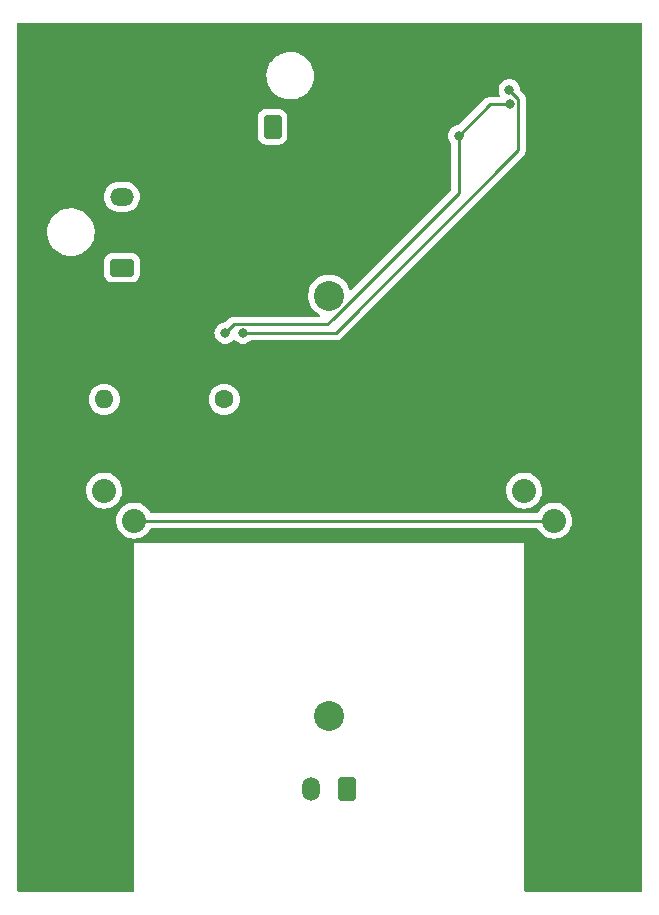
<source format=gbr>
%TF.GenerationSoftware,KiCad,Pcbnew,6.0.9-8da3e8f707~117~ubuntu20.04.1*%
%TF.CreationDate,2023-03-07T09:11:41-05:00*%
%TF.ProjectId,DCT_HV_Widget,4443545f-4856-45f5-9769-646765742e6b,rev?*%
%TF.SameCoordinates,Original*%
%TF.FileFunction,Copper,L2,Bot*%
%TF.FilePolarity,Positive*%
%FSLAX46Y46*%
G04 Gerber Fmt 4.6, Leading zero omitted, Abs format (unit mm)*
G04 Created by KiCad (PCBNEW 6.0.9-8da3e8f707~117~ubuntu20.04.1) date 2023-03-07 09:11:41*
%MOMM*%
%LPD*%
G01*
G04 APERTURE LIST*
G04 Aperture macros list*
%AMRoundRect*
0 Rectangle with rounded corners*
0 $1 Rounding radius*
0 $2 $3 $4 $5 $6 $7 $8 $9 X,Y pos of 4 corners*
0 Add a 4 corners polygon primitive as box body*
4,1,4,$2,$3,$4,$5,$6,$7,$8,$9,$2,$3,0*
0 Add four circle primitives for the rounded corners*
1,1,$1+$1,$2,$3*
1,1,$1+$1,$4,$5*
1,1,$1+$1,$6,$7*
1,1,$1+$1,$8,$9*
0 Add four rect primitives between the rounded corners*
20,1,$1+$1,$2,$3,$4,$5,0*
20,1,$1+$1,$4,$5,$6,$7,0*
20,1,$1+$1,$6,$7,$8,$9,0*
20,1,$1+$1,$8,$9,$2,$3,0*%
G04 Aperture macros list end*
%TA.AperFunction,ComponentPad*%
%ADD10C,6.400000*%
%TD*%
%TA.AperFunction,ComponentPad*%
%ADD11C,1.600000*%
%TD*%
%TA.AperFunction,ComponentPad*%
%ADD12O,1.600000X1.600000*%
%TD*%
%TA.AperFunction,ComponentPad*%
%ADD13RoundRect,0.250001X0.499999X0.759999X-0.499999X0.759999X-0.499999X-0.759999X0.499999X-0.759999X0*%
%TD*%
%TA.AperFunction,ComponentPad*%
%ADD14O,1.500000X2.020000*%
%TD*%
%TA.AperFunction,ComponentPad*%
%ADD15RoundRect,0.250001X0.759999X-0.499999X0.759999X0.499999X-0.759999X0.499999X-0.759999X-0.499999X0*%
%TD*%
%TA.AperFunction,ComponentPad*%
%ADD16O,2.020000X1.500000*%
%TD*%
%TA.AperFunction,ComponentPad*%
%ADD17RoundRect,0.250001X-0.499999X-0.759999X0.499999X-0.759999X0.499999X0.759999X-0.499999X0.759999X0*%
%TD*%
%TA.AperFunction,ComponentPad*%
%ADD18C,2.540000*%
%TD*%
%TA.AperFunction,ComponentPad*%
%ADD19C,2.032000*%
%TD*%
%TA.AperFunction,ViaPad*%
%ADD20C,0.800000*%
%TD*%
%TA.AperFunction,Conductor*%
%ADD21C,0.250000*%
%TD*%
G04 APERTURE END LIST*
D10*
%TO.P,H2,1,1*%
%TO.N,GND*%
X182200000Y-74500000D03*
%TD*%
%TO.P,H1,1,1*%
%TO.N,GND*%
X138525000Y-74600000D03*
%TD*%
%TO.P,H3,1,1*%
%TO.N,GND*%
X138525000Y-138375000D03*
%TD*%
%TO.P,H4,1,1*%
%TO.N,GND*%
X182300000Y-138300000D03*
%TD*%
D11*
%TO.P,R5,1*%
%TO.N,Net-(Q1-Pad1)*%
X151465000Y-101800000D03*
D12*
%TO.P,R5,2*%
%TO.N,Net-(R5-Pad2)*%
X141305000Y-101800000D03*
%TD*%
D13*
%TO.P,J3,1,Pin_1*%
%TO.N,/HV_Input*%
X161825000Y-134780000D03*
D14*
%TO.P,J3,2,Pin_2*%
X158825000Y-134780000D03*
%TD*%
D15*
%TO.P,J2,1,Pin_1*%
%TO.N,/VP6*%
X142800000Y-90650000D03*
D16*
%TO.P,J2,2,Pin_2*%
%TO.N,GND*%
X142800000Y-87650000D03*
%TO.P,J2,3,Pin_3*%
%TO.N,/VM6*%
X142800000Y-84650000D03*
%TD*%
D17*
%TO.P,J1,1,Pin_1*%
%TO.N,/V_Control*%
X155550000Y-78720000D03*
D14*
%TO.P,J1,2,Pin_2*%
%TO.N,GND*%
X158550000Y-78720000D03*
%TD*%
D18*
%TO.P,U2,6*%
%TO.N,/HV_Input*%
X160355000Y-128580000D03*
%TO.P,U2,5*%
%TO.N,Net-(D1-Pad1)*%
X160355000Y-93020000D03*
D19*
%TO.P,U2,4*%
%TO.N,Net-(U2-Pad2)*%
X179405000Y-112070000D03*
%TO.P,U2,3*%
%TO.N,/VM6*%
X176865000Y-109530000D03*
%TO.P,U2,2*%
%TO.N,Net-(U2-Pad2)*%
X143845000Y-112070000D03*
%TO.P,U2,1*%
%TO.N,Net-(R5-Pad2)*%
X141305000Y-109530000D03*
%TD*%
D20*
%TO.N,Net-(C1-Pad2)*%
X175635000Y-76835000D03*
X171300000Y-79500000D03*
X151550000Y-96187500D03*
%TO.N,GND*%
X174400000Y-89400000D03*
X146975000Y-96575000D03*
X146950000Y-78575000D03*
X152300000Y-84100000D03*
X178500000Y-87800000D03*
X171542000Y-76800000D03*
%TO.N,/VP6*%
X153050000Y-96187500D03*
X175600000Y-75600000D03*
%TD*%
D21*
%TO.N,Net-(C1-Pad2)*%
X160652835Y-94977835D02*
X171300000Y-84330671D01*
X160168170Y-95462500D02*
X160652835Y-94977835D01*
X173965000Y-76835000D02*
X175635000Y-76835000D01*
X151550000Y-96187500D02*
X152275000Y-95462500D01*
X152275000Y-95462500D02*
X160168170Y-95462500D01*
X171300000Y-79500000D02*
X173965000Y-76835000D01*
X171300000Y-84330671D02*
X171300000Y-79500000D01*
X160205671Y-95425000D02*
X160652835Y-94977835D01*
%TO.N,/VP6*%
X160887500Y-96187500D02*
X176360000Y-80715000D01*
X153050000Y-96187500D02*
X160887500Y-96187500D01*
X176360000Y-76360000D02*
X175600000Y-75600000D01*
X176360000Y-80715000D02*
X176360000Y-76360000D01*
%TO.N,Net-(U2-Pad2)*%
X143845000Y-112100000D02*
X179405000Y-112100000D01*
%TD*%
%TA.AperFunction,Conductor*%
%TO.N,GND*%
G36*
X186808621Y-69928502D02*
G01*
X186855114Y-69982158D01*
X186866500Y-70034500D01*
X186866500Y-143365500D01*
X186846498Y-143433621D01*
X186792842Y-143480114D01*
X186740500Y-143491500D01*
X177000000Y-143491500D01*
X176931879Y-143471498D01*
X176885386Y-143417842D01*
X176874000Y-143365500D01*
X176874000Y-113964000D01*
X143842000Y-113964000D01*
X143842000Y-143365500D01*
X143821998Y-143433621D01*
X143768342Y-143480114D01*
X143716000Y-143491500D01*
X134059500Y-143491500D01*
X133991379Y-143471498D01*
X133944886Y-143417842D01*
X133933500Y-143365500D01*
X133933500Y-112070000D01*
X142315786Y-112070000D01*
X142334613Y-112309222D01*
X142335767Y-112314029D01*
X142335768Y-112314035D01*
X142371043Y-112460963D01*
X142390631Y-112542553D01*
X142482460Y-112764249D01*
X142607840Y-112968849D01*
X142763682Y-113151318D01*
X142946151Y-113307160D01*
X143150751Y-113432540D01*
X143155321Y-113434433D01*
X143155323Y-113434434D01*
X143367874Y-113522475D01*
X143372447Y-113524369D01*
X143454037Y-113543957D01*
X143600965Y-113579232D01*
X143600971Y-113579233D01*
X143605778Y-113580387D01*
X143845000Y-113599214D01*
X144084222Y-113580387D01*
X144089029Y-113579233D01*
X144089035Y-113579232D01*
X144235963Y-113543957D01*
X144317553Y-113524369D01*
X144322126Y-113522475D01*
X144534677Y-113434434D01*
X144534679Y-113434433D01*
X144539249Y-113432540D01*
X144743849Y-113307160D01*
X144926318Y-113151318D01*
X145082160Y-112968849D01*
X145189514Y-112793665D01*
X145242161Y-112746033D01*
X145296946Y-112733500D01*
X177953054Y-112733500D01*
X178021175Y-112753502D01*
X178060486Y-112793665D01*
X178167840Y-112968849D01*
X178323682Y-113151318D01*
X178506151Y-113307160D01*
X178710751Y-113432540D01*
X178715321Y-113434433D01*
X178715323Y-113434434D01*
X178927874Y-113522475D01*
X178932447Y-113524369D01*
X179014037Y-113543957D01*
X179160965Y-113579232D01*
X179160971Y-113579233D01*
X179165778Y-113580387D01*
X179405000Y-113599214D01*
X179644222Y-113580387D01*
X179649029Y-113579233D01*
X179649035Y-113579232D01*
X179795963Y-113543957D01*
X179877553Y-113524369D01*
X179882126Y-113522475D01*
X180094677Y-113434434D01*
X180094679Y-113434433D01*
X180099249Y-113432540D01*
X180303849Y-113307160D01*
X180486318Y-113151318D01*
X180642160Y-112968849D01*
X180767540Y-112764249D01*
X180859369Y-112542553D01*
X180878957Y-112460963D01*
X180914232Y-112314035D01*
X180914233Y-112314029D01*
X180915387Y-112309222D01*
X180934214Y-112070000D01*
X180915387Y-111830778D01*
X180914233Y-111825971D01*
X180914232Y-111825965D01*
X180860524Y-111602259D01*
X180859369Y-111597447D01*
X180772911Y-111388717D01*
X180769434Y-111380323D01*
X180769433Y-111380321D01*
X180767540Y-111375751D01*
X180642160Y-111171151D01*
X180486318Y-110988682D01*
X180303849Y-110832840D01*
X180099249Y-110707460D01*
X180094679Y-110705567D01*
X180094677Y-110705566D01*
X179882126Y-110617525D01*
X179882124Y-110617524D01*
X179877553Y-110615631D01*
X179795963Y-110596043D01*
X179649035Y-110560768D01*
X179649029Y-110560767D01*
X179644222Y-110559613D01*
X179405000Y-110540786D01*
X179165778Y-110559613D01*
X179160971Y-110560767D01*
X179160965Y-110560768D01*
X179014037Y-110596043D01*
X178932447Y-110615631D01*
X178927876Y-110617524D01*
X178927874Y-110617525D01*
X178715323Y-110705566D01*
X178715321Y-110705567D01*
X178710751Y-110707460D01*
X178506151Y-110832840D01*
X178323682Y-110988682D01*
X178167840Y-111171151D01*
X178042460Y-111375751D01*
X178040567Y-111380321D01*
X178040564Y-111380327D01*
X178037089Y-111388717D01*
X177992541Y-111443999D01*
X177920680Y-111466500D01*
X145329320Y-111466500D01*
X145261199Y-111446498D01*
X145212911Y-111388717D01*
X145209436Y-111380327D01*
X145209433Y-111380321D01*
X145207540Y-111375751D01*
X145082160Y-111171151D01*
X144926318Y-110988682D01*
X144743849Y-110832840D01*
X144539249Y-110707460D01*
X144534679Y-110705567D01*
X144534677Y-110705566D01*
X144322126Y-110617525D01*
X144322124Y-110617524D01*
X144317553Y-110615631D01*
X144235963Y-110596043D01*
X144089035Y-110560768D01*
X144089029Y-110560767D01*
X144084222Y-110559613D01*
X143845000Y-110540786D01*
X143605778Y-110559613D01*
X143600971Y-110560767D01*
X143600965Y-110560768D01*
X143454037Y-110596043D01*
X143372447Y-110615631D01*
X143367876Y-110617524D01*
X143367874Y-110617525D01*
X143155323Y-110705566D01*
X143155321Y-110705567D01*
X143150751Y-110707460D01*
X142946151Y-110832840D01*
X142763682Y-110988682D01*
X142607840Y-111171151D01*
X142482460Y-111375751D01*
X142480567Y-111380321D01*
X142480566Y-111380323D01*
X142477089Y-111388717D01*
X142390631Y-111597447D01*
X142389476Y-111602259D01*
X142335768Y-111825965D01*
X142335767Y-111825971D01*
X142334613Y-111830778D01*
X142315786Y-112070000D01*
X133933500Y-112070000D01*
X133933500Y-109530000D01*
X139775786Y-109530000D01*
X139794613Y-109769222D01*
X139795767Y-109774029D01*
X139795768Y-109774035D01*
X139831043Y-109920963D01*
X139850631Y-110002553D01*
X139942460Y-110224249D01*
X140067840Y-110428849D01*
X140223682Y-110611318D01*
X140406151Y-110767160D01*
X140610751Y-110892540D01*
X140615321Y-110894433D01*
X140615323Y-110894434D01*
X140827874Y-110982475D01*
X140832447Y-110984369D01*
X140866082Y-110992444D01*
X141060965Y-111039232D01*
X141060971Y-111039233D01*
X141065778Y-111040387D01*
X141305000Y-111059214D01*
X141544222Y-111040387D01*
X141549029Y-111039233D01*
X141549035Y-111039232D01*
X141743918Y-110992444D01*
X141777553Y-110984369D01*
X141782126Y-110982475D01*
X141994677Y-110894434D01*
X141994679Y-110894433D01*
X141999249Y-110892540D01*
X142203849Y-110767160D01*
X142386318Y-110611318D01*
X142542160Y-110428849D01*
X142667540Y-110224249D01*
X142759369Y-110002553D01*
X142778957Y-109920963D01*
X142814232Y-109774035D01*
X142814233Y-109774029D01*
X142815387Y-109769222D01*
X142834214Y-109530000D01*
X175335786Y-109530000D01*
X175354613Y-109769222D01*
X175355767Y-109774029D01*
X175355768Y-109774035D01*
X175391043Y-109920963D01*
X175410631Y-110002553D01*
X175502460Y-110224249D01*
X175627840Y-110428849D01*
X175783682Y-110611318D01*
X175966151Y-110767160D01*
X176170751Y-110892540D01*
X176175321Y-110894433D01*
X176175323Y-110894434D01*
X176387874Y-110982475D01*
X176392447Y-110984369D01*
X176426082Y-110992444D01*
X176620965Y-111039232D01*
X176620971Y-111039233D01*
X176625778Y-111040387D01*
X176865000Y-111059214D01*
X177104222Y-111040387D01*
X177109029Y-111039233D01*
X177109035Y-111039232D01*
X177303918Y-110992444D01*
X177337553Y-110984369D01*
X177342126Y-110982475D01*
X177554677Y-110894434D01*
X177554679Y-110894433D01*
X177559249Y-110892540D01*
X177763849Y-110767160D01*
X177946318Y-110611318D01*
X178102160Y-110428849D01*
X178227540Y-110224249D01*
X178319369Y-110002553D01*
X178338957Y-109920963D01*
X178374232Y-109774035D01*
X178374233Y-109774029D01*
X178375387Y-109769222D01*
X178394214Y-109530000D01*
X178375387Y-109290778D01*
X178374233Y-109285971D01*
X178374232Y-109285965D01*
X178320524Y-109062259D01*
X178319369Y-109057447D01*
X178227540Y-108835751D01*
X178102160Y-108631151D01*
X177946318Y-108448682D01*
X177763849Y-108292840D01*
X177559249Y-108167460D01*
X177554679Y-108165567D01*
X177554677Y-108165566D01*
X177342126Y-108077525D01*
X177342124Y-108077524D01*
X177337553Y-108075631D01*
X177255963Y-108056043D01*
X177109035Y-108020768D01*
X177109029Y-108020767D01*
X177104222Y-108019613D01*
X176865000Y-108000786D01*
X176625778Y-108019613D01*
X176620971Y-108020767D01*
X176620965Y-108020768D01*
X176474037Y-108056043D01*
X176392447Y-108075631D01*
X176387876Y-108077524D01*
X176387874Y-108077525D01*
X176175323Y-108165566D01*
X176175321Y-108165567D01*
X176170751Y-108167460D01*
X175966151Y-108292840D01*
X175783682Y-108448682D01*
X175627840Y-108631151D01*
X175502460Y-108835751D01*
X175410631Y-109057447D01*
X175409476Y-109062259D01*
X175355768Y-109285965D01*
X175355767Y-109285971D01*
X175354613Y-109290778D01*
X175335786Y-109530000D01*
X142834214Y-109530000D01*
X142815387Y-109290778D01*
X142814233Y-109285971D01*
X142814232Y-109285965D01*
X142760524Y-109062259D01*
X142759369Y-109057447D01*
X142667540Y-108835751D01*
X142542160Y-108631151D01*
X142386318Y-108448682D01*
X142203849Y-108292840D01*
X141999249Y-108167460D01*
X141994679Y-108165567D01*
X141994677Y-108165566D01*
X141782126Y-108077525D01*
X141782124Y-108077524D01*
X141777553Y-108075631D01*
X141695963Y-108056043D01*
X141549035Y-108020768D01*
X141549029Y-108020767D01*
X141544222Y-108019613D01*
X141305000Y-108000786D01*
X141065778Y-108019613D01*
X141060971Y-108020767D01*
X141060965Y-108020768D01*
X140914037Y-108056043D01*
X140832447Y-108075631D01*
X140827876Y-108077524D01*
X140827874Y-108077525D01*
X140615323Y-108165566D01*
X140615321Y-108165567D01*
X140610751Y-108167460D01*
X140406151Y-108292840D01*
X140223682Y-108448682D01*
X140067840Y-108631151D01*
X139942460Y-108835751D01*
X139850631Y-109057447D01*
X139849476Y-109062259D01*
X139795768Y-109285965D01*
X139795767Y-109285971D01*
X139794613Y-109290778D01*
X139775786Y-109530000D01*
X133933500Y-109530000D01*
X133933500Y-101800000D01*
X139991502Y-101800000D01*
X140011457Y-102028087D01*
X140070716Y-102249243D01*
X140073039Y-102254224D01*
X140073039Y-102254225D01*
X140165151Y-102451762D01*
X140165154Y-102451767D01*
X140167477Y-102456749D01*
X140298802Y-102644300D01*
X140460700Y-102806198D01*
X140465208Y-102809355D01*
X140465211Y-102809357D01*
X140543389Y-102864098D01*
X140648251Y-102937523D01*
X140653233Y-102939846D01*
X140653238Y-102939849D01*
X140850775Y-103031961D01*
X140855757Y-103034284D01*
X140861065Y-103035706D01*
X140861067Y-103035707D01*
X141071598Y-103092119D01*
X141071600Y-103092119D01*
X141076913Y-103093543D01*
X141305000Y-103113498D01*
X141533087Y-103093543D01*
X141538400Y-103092119D01*
X141538402Y-103092119D01*
X141748933Y-103035707D01*
X141748935Y-103035706D01*
X141754243Y-103034284D01*
X141759225Y-103031961D01*
X141956762Y-102939849D01*
X141956767Y-102939846D01*
X141961749Y-102937523D01*
X142066611Y-102864098D01*
X142144789Y-102809357D01*
X142144792Y-102809355D01*
X142149300Y-102806198D01*
X142311198Y-102644300D01*
X142442523Y-102456749D01*
X142444846Y-102451767D01*
X142444849Y-102451762D01*
X142536961Y-102254225D01*
X142536961Y-102254224D01*
X142539284Y-102249243D01*
X142598543Y-102028087D01*
X142618498Y-101800000D01*
X150151502Y-101800000D01*
X150171457Y-102028087D01*
X150230716Y-102249243D01*
X150233039Y-102254224D01*
X150233039Y-102254225D01*
X150325151Y-102451762D01*
X150325154Y-102451767D01*
X150327477Y-102456749D01*
X150458802Y-102644300D01*
X150620700Y-102806198D01*
X150625208Y-102809355D01*
X150625211Y-102809357D01*
X150703389Y-102864098D01*
X150808251Y-102937523D01*
X150813233Y-102939846D01*
X150813238Y-102939849D01*
X151010775Y-103031961D01*
X151015757Y-103034284D01*
X151021065Y-103035706D01*
X151021067Y-103035707D01*
X151231598Y-103092119D01*
X151231600Y-103092119D01*
X151236913Y-103093543D01*
X151465000Y-103113498D01*
X151693087Y-103093543D01*
X151698400Y-103092119D01*
X151698402Y-103092119D01*
X151908933Y-103035707D01*
X151908935Y-103035706D01*
X151914243Y-103034284D01*
X151919225Y-103031961D01*
X152116762Y-102939849D01*
X152116767Y-102939846D01*
X152121749Y-102937523D01*
X152226611Y-102864098D01*
X152304789Y-102809357D01*
X152304792Y-102809355D01*
X152309300Y-102806198D01*
X152471198Y-102644300D01*
X152602523Y-102456749D01*
X152604846Y-102451767D01*
X152604849Y-102451762D01*
X152696961Y-102254225D01*
X152696961Y-102254224D01*
X152699284Y-102249243D01*
X152758543Y-102028087D01*
X152778498Y-101800000D01*
X152758543Y-101571913D01*
X152699284Y-101350757D01*
X152696961Y-101345775D01*
X152604849Y-101148238D01*
X152604846Y-101148233D01*
X152602523Y-101143251D01*
X152471198Y-100955700D01*
X152309300Y-100793802D01*
X152304792Y-100790645D01*
X152304789Y-100790643D01*
X152226611Y-100735902D01*
X152121749Y-100662477D01*
X152116767Y-100660154D01*
X152116762Y-100660151D01*
X151919225Y-100568039D01*
X151919224Y-100568039D01*
X151914243Y-100565716D01*
X151908935Y-100564294D01*
X151908933Y-100564293D01*
X151698402Y-100507881D01*
X151698400Y-100507881D01*
X151693087Y-100506457D01*
X151465000Y-100486502D01*
X151236913Y-100506457D01*
X151231600Y-100507881D01*
X151231598Y-100507881D01*
X151021067Y-100564293D01*
X151021065Y-100564294D01*
X151015757Y-100565716D01*
X151010776Y-100568039D01*
X151010775Y-100568039D01*
X150813238Y-100660151D01*
X150813233Y-100660154D01*
X150808251Y-100662477D01*
X150703389Y-100735902D01*
X150625211Y-100790643D01*
X150625208Y-100790645D01*
X150620700Y-100793802D01*
X150458802Y-100955700D01*
X150327477Y-101143251D01*
X150325154Y-101148233D01*
X150325151Y-101148238D01*
X150233039Y-101345775D01*
X150230716Y-101350757D01*
X150171457Y-101571913D01*
X150151502Y-101800000D01*
X142618498Y-101800000D01*
X142598543Y-101571913D01*
X142539284Y-101350757D01*
X142536961Y-101345775D01*
X142444849Y-101148238D01*
X142444846Y-101148233D01*
X142442523Y-101143251D01*
X142311198Y-100955700D01*
X142149300Y-100793802D01*
X142144792Y-100790645D01*
X142144789Y-100790643D01*
X142066611Y-100735902D01*
X141961749Y-100662477D01*
X141956767Y-100660154D01*
X141956762Y-100660151D01*
X141759225Y-100568039D01*
X141759224Y-100568039D01*
X141754243Y-100565716D01*
X141748935Y-100564294D01*
X141748933Y-100564293D01*
X141538402Y-100507881D01*
X141538400Y-100507881D01*
X141533087Y-100506457D01*
X141305000Y-100486502D01*
X141076913Y-100506457D01*
X141071600Y-100507881D01*
X141071598Y-100507881D01*
X140861067Y-100564293D01*
X140861065Y-100564294D01*
X140855757Y-100565716D01*
X140850776Y-100568039D01*
X140850775Y-100568039D01*
X140653238Y-100660151D01*
X140653233Y-100660154D01*
X140648251Y-100662477D01*
X140543389Y-100735902D01*
X140465211Y-100790643D01*
X140465208Y-100790645D01*
X140460700Y-100793802D01*
X140298802Y-100955700D01*
X140167477Y-101143251D01*
X140165154Y-101148233D01*
X140165151Y-101148238D01*
X140073039Y-101345775D01*
X140070716Y-101350757D01*
X140011457Y-101571913D01*
X139991502Y-101800000D01*
X133933500Y-101800000D01*
X133933500Y-96187500D01*
X150636496Y-96187500D01*
X150656458Y-96377428D01*
X150715473Y-96559056D01*
X150810960Y-96724444D01*
X150815378Y-96729351D01*
X150815379Y-96729352D01*
X150897452Y-96820503D01*
X150938747Y-96866366D01*
X151093248Y-96978618D01*
X151099276Y-96981302D01*
X151099278Y-96981303D01*
X151261681Y-97053609D01*
X151267712Y-97056294D01*
X151361112Y-97076147D01*
X151448056Y-97094628D01*
X151448061Y-97094628D01*
X151454513Y-97096000D01*
X151645487Y-97096000D01*
X151651939Y-97094628D01*
X151651944Y-97094628D01*
X151738888Y-97076147D01*
X151832288Y-97056294D01*
X151838319Y-97053609D01*
X152000722Y-96981303D01*
X152000724Y-96981302D01*
X152006752Y-96978618D01*
X152161253Y-96866366D01*
X152206364Y-96816265D01*
X152266810Y-96779025D01*
X152337793Y-96780377D01*
X152393636Y-96816265D01*
X152438747Y-96866366D01*
X152593248Y-96978618D01*
X152599276Y-96981302D01*
X152599278Y-96981303D01*
X152761681Y-97053609D01*
X152767712Y-97056294D01*
X152861112Y-97076147D01*
X152948056Y-97094628D01*
X152948061Y-97094628D01*
X152954513Y-97096000D01*
X153145487Y-97096000D01*
X153151939Y-97094628D01*
X153151944Y-97094628D01*
X153238888Y-97076147D01*
X153332288Y-97056294D01*
X153338319Y-97053609D01*
X153500722Y-96981303D01*
X153500724Y-96981302D01*
X153506752Y-96978618D01*
X153661253Y-96866366D01*
X153665668Y-96861463D01*
X153670580Y-96857040D01*
X153671705Y-96858289D01*
X153725014Y-96825449D01*
X153758200Y-96821000D01*
X160808733Y-96821000D01*
X160819916Y-96821527D01*
X160827409Y-96823202D01*
X160835335Y-96822953D01*
X160835336Y-96822953D01*
X160895486Y-96821062D01*
X160899445Y-96821000D01*
X160927356Y-96821000D01*
X160931291Y-96820503D01*
X160931356Y-96820495D01*
X160943193Y-96819562D01*
X160975451Y-96818548D01*
X160979470Y-96818422D01*
X160987389Y-96818173D01*
X161006843Y-96812521D01*
X161026200Y-96808513D01*
X161038430Y-96806968D01*
X161038431Y-96806968D01*
X161046297Y-96805974D01*
X161053668Y-96803055D01*
X161053670Y-96803055D01*
X161087412Y-96789696D01*
X161098642Y-96785851D01*
X161133483Y-96775729D01*
X161133484Y-96775729D01*
X161141093Y-96773518D01*
X161147912Y-96769485D01*
X161147917Y-96769483D01*
X161158528Y-96763207D01*
X161176276Y-96754512D01*
X161195117Y-96747052D01*
X161230887Y-96721064D01*
X161240807Y-96714548D01*
X161272035Y-96696080D01*
X161272038Y-96696078D01*
X161278862Y-96692042D01*
X161293183Y-96677721D01*
X161308217Y-96664880D01*
X161318194Y-96657631D01*
X161324607Y-96652972D01*
X161352798Y-96618895D01*
X161360788Y-96610116D01*
X176752247Y-81218657D01*
X176760537Y-81211113D01*
X176767018Y-81207000D01*
X176813659Y-81157332D01*
X176816413Y-81154491D01*
X176836134Y-81134770D01*
X176838612Y-81131575D01*
X176846318Y-81122553D01*
X176871158Y-81096101D01*
X176876586Y-81090321D01*
X176886346Y-81072568D01*
X176897199Y-81056045D01*
X176904753Y-81046306D01*
X176909613Y-81040041D01*
X176927176Y-80999457D01*
X176932383Y-80988827D01*
X176953695Y-80950060D01*
X176955666Y-80942383D01*
X176955668Y-80942378D01*
X176958732Y-80930442D01*
X176965138Y-80911730D01*
X176970034Y-80900417D01*
X176973181Y-80893145D01*
X176980097Y-80849481D01*
X176982504Y-80837860D01*
X176991528Y-80802711D01*
X176991528Y-80802710D01*
X176993500Y-80795030D01*
X176993500Y-80774769D01*
X176995051Y-80755058D01*
X176996979Y-80742885D01*
X176998219Y-80735057D01*
X176994059Y-80691046D01*
X176993500Y-80679189D01*
X176993500Y-76438767D01*
X176994027Y-76427584D01*
X176995702Y-76420091D01*
X176995328Y-76408173D01*
X176993562Y-76352014D01*
X176993500Y-76348055D01*
X176993500Y-76320144D01*
X176992995Y-76316144D01*
X176992062Y-76304301D01*
X176990922Y-76268029D01*
X176990673Y-76260110D01*
X176985022Y-76240658D01*
X176981014Y-76221306D01*
X176979467Y-76209063D01*
X176978474Y-76201203D01*
X176968260Y-76175404D01*
X176962200Y-76160097D01*
X176958355Y-76148870D01*
X176954890Y-76136944D01*
X176946018Y-76106407D01*
X176941984Y-76099585D01*
X176941981Y-76099579D01*
X176935706Y-76088968D01*
X176927010Y-76071218D01*
X176922472Y-76059756D01*
X176922469Y-76059751D01*
X176919552Y-76052383D01*
X176893573Y-76016625D01*
X176887057Y-76006707D01*
X176868575Y-75975457D01*
X176864542Y-75968637D01*
X176850218Y-75954313D01*
X176837376Y-75939278D01*
X176825472Y-75922893D01*
X176791406Y-75894711D01*
X176782627Y-75886722D01*
X176547122Y-75651217D01*
X176513096Y-75588905D01*
X176510907Y-75575292D01*
X176494232Y-75416635D01*
X176494232Y-75416633D01*
X176493542Y-75410072D01*
X176434527Y-75228444D01*
X176339040Y-75063056D01*
X176211253Y-74921134D01*
X176056752Y-74808882D01*
X176050724Y-74806198D01*
X176050722Y-74806197D01*
X175888319Y-74733891D01*
X175888318Y-74733891D01*
X175882288Y-74731206D01*
X175788887Y-74711353D01*
X175701944Y-74692872D01*
X175701939Y-74692872D01*
X175695487Y-74691500D01*
X175504513Y-74691500D01*
X175498061Y-74692872D01*
X175498056Y-74692872D01*
X175411113Y-74711353D01*
X175317712Y-74731206D01*
X175311682Y-74733891D01*
X175311681Y-74733891D01*
X175149278Y-74806197D01*
X175149276Y-74806198D01*
X175143248Y-74808882D01*
X174988747Y-74921134D01*
X174860960Y-75063056D01*
X174765473Y-75228444D01*
X174706458Y-75410072D01*
X174705768Y-75416633D01*
X174705768Y-75416635D01*
X174694286Y-75525882D01*
X174686496Y-75600000D01*
X174687186Y-75606565D01*
X174702292Y-75750287D01*
X174706458Y-75789928D01*
X174765473Y-75971556D01*
X174768776Y-75977278D01*
X174768777Y-75977279D01*
X174789112Y-76012500D01*
X174805850Y-76081495D01*
X174782630Y-76148587D01*
X174726822Y-76192474D01*
X174679993Y-76201500D01*
X174043767Y-76201500D01*
X174032584Y-76200973D01*
X174025091Y-76199298D01*
X174017165Y-76199547D01*
X174017164Y-76199547D01*
X173957014Y-76201438D01*
X173953055Y-76201500D01*
X173925144Y-76201500D01*
X173921210Y-76201997D01*
X173921209Y-76201997D01*
X173921144Y-76202005D01*
X173909307Y-76202938D01*
X173877490Y-76203938D01*
X173873029Y-76204078D01*
X173865110Y-76204327D01*
X173848808Y-76209063D01*
X173845658Y-76209978D01*
X173826306Y-76213986D01*
X173819235Y-76214880D01*
X173806203Y-76216526D01*
X173798834Y-76219443D01*
X173798832Y-76219444D01*
X173765097Y-76232800D01*
X173753869Y-76236645D01*
X173711407Y-76248982D01*
X173704584Y-76253017D01*
X173704582Y-76253018D01*
X173693972Y-76259293D01*
X173676224Y-76267988D01*
X173657383Y-76275448D01*
X173650967Y-76280110D01*
X173650966Y-76280110D01*
X173621613Y-76301436D01*
X173611693Y-76307952D01*
X173580465Y-76326420D01*
X173580462Y-76326422D01*
X173573638Y-76330458D01*
X173559317Y-76344779D01*
X173544284Y-76357619D01*
X173527893Y-76369528D01*
X173522842Y-76375634D01*
X173499702Y-76403605D01*
X173491712Y-76412384D01*
X171349500Y-78554595D01*
X171287188Y-78588621D01*
X171260405Y-78591500D01*
X171204513Y-78591500D01*
X171198061Y-78592872D01*
X171198056Y-78592872D01*
X171111113Y-78611353D01*
X171017712Y-78631206D01*
X171011682Y-78633891D01*
X171011681Y-78633891D01*
X170849278Y-78706197D01*
X170849276Y-78706198D01*
X170843248Y-78708882D01*
X170688747Y-78821134D01*
X170560960Y-78963056D01*
X170465473Y-79128444D01*
X170406458Y-79310072D01*
X170386496Y-79500000D01*
X170387186Y-79506565D01*
X170401495Y-79642703D01*
X170406458Y-79689928D01*
X170465473Y-79871556D01*
X170560960Y-80036944D01*
X170634137Y-80118215D01*
X170664853Y-80182221D01*
X170666500Y-80202524D01*
X170666500Y-84016076D01*
X170646498Y-84084197D01*
X170629595Y-84105171D01*
X162246279Y-92488486D01*
X162183967Y-92522512D01*
X162113152Y-92517447D01*
X162056316Y-92474900D01*
X162039753Y-92445062D01*
X161964749Y-92252189D01*
X161938535Y-92206323D01*
X161835897Y-92026745D01*
X161833578Y-92022687D01*
X161669925Y-91815094D01*
X161477385Y-91633970D01*
X161470972Y-91629521D01*
X161264026Y-91485958D01*
X161264021Y-91485955D01*
X161260188Y-91483296D01*
X161255997Y-91481229D01*
X161027294Y-91368445D01*
X161027291Y-91368444D01*
X161023106Y-91366380D01*
X160966150Y-91348148D01*
X160775792Y-91287214D01*
X160775794Y-91287214D01*
X160771347Y-91285791D01*
X160628825Y-91262580D01*
X160515053Y-91244051D01*
X160515052Y-91244051D01*
X160510441Y-91243300D01*
X160378281Y-91241570D01*
X160250798Y-91239901D01*
X160250795Y-91239901D01*
X160246121Y-91239840D01*
X159984192Y-91275486D01*
X159979702Y-91276795D01*
X159979696Y-91276796D01*
X159871732Y-91308265D01*
X159730410Y-91349457D01*
X159726163Y-91351415D01*
X159726160Y-91351416D01*
X159635950Y-91393004D01*
X159490348Y-91460127D01*
X159486439Y-91462690D01*
X159273195Y-91602499D01*
X159273190Y-91602503D01*
X159269282Y-91605065D01*
X159239884Y-91631304D01*
X159107675Y-91749305D01*
X159072067Y-91781086D01*
X158903036Y-91984324D01*
X158765901Y-92210314D01*
X158764095Y-92214622D01*
X158764094Y-92214623D01*
X158667465Y-92445058D01*
X158663677Y-92454091D01*
X158662526Y-92458623D01*
X158662525Y-92458626D01*
X158646300Y-92522512D01*
X158598608Y-92710301D01*
X158572124Y-92973314D01*
X158584807Y-93237352D01*
X158636378Y-93496616D01*
X158637957Y-93501014D01*
X158637959Y-93501021D01*
X158724121Y-93741001D01*
X158725704Y-93745410D01*
X158850822Y-93978267D01*
X159008985Y-94190073D01*
X159012292Y-94193351D01*
X159012297Y-94193357D01*
X159193402Y-94372887D01*
X159196718Y-94376174D01*
X159409896Y-94532483D01*
X159414031Y-94534659D01*
X159414035Y-94534661D01*
X159522053Y-94591492D01*
X159573025Y-94640911D01*
X159589188Y-94710044D01*
X159565409Y-94776940D01*
X159509238Y-94820360D01*
X159463385Y-94829000D01*
X152353767Y-94829000D01*
X152342584Y-94828473D01*
X152335091Y-94826798D01*
X152327165Y-94827047D01*
X152327164Y-94827047D01*
X152267001Y-94828938D01*
X152263043Y-94829000D01*
X152235144Y-94829000D01*
X152231154Y-94829504D01*
X152219320Y-94830436D01*
X152175111Y-94831826D01*
X152167497Y-94834038D01*
X152167492Y-94834039D01*
X152155659Y-94837477D01*
X152136296Y-94841488D01*
X152116203Y-94844026D01*
X152108836Y-94846943D01*
X152108831Y-94846944D01*
X152075092Y-94860302D01*
X152063865Y-94864146D01*
X152021407Y-94876482D01*
X152014581Y-94880519D01*
X152003972Y-94886793D01*
X151986224Y-94895488D01*
X151967383Y-94902948D01*
X151960967Y-94907610D01*
X151960966Y-94907610D01*
X151931613Y-94928936D01*
X151921693Y-94935452D01*
X151890465Y-94953920D01*
X151890462Y-94953922D01*
X151883638Y-94957958D01*
X151869317Y-94972279D01*
X151854284Y-94985119D01*
X151837893Y-94997028D01*
X151832840Y-95003136D01*
X151809708Y-95031098D01*
X151801718Y-95039878D01*
X151599501Y-95242095D01*
X151537189Y-95276121D01*
X151510406Y-95279000D01*
X151454513Y-95279000D01*
X151448061Y-95280372D01*
X151448056Y-95280372D01*
X151361113Y-95298853D01*
X151267712Y-95318706D01*
X151261682Y-95321391D01*
X151261681Y-95321391D01*
X151099278Y-95393697D01*
X151099276Y-95393698D01*
X151093248Y-95396382D01*
X150938747Y-95508634D01*
X150810960Y-95650556D01*
X150715473Y-95815944D01*
X150656458Y-95997572D01*
X150636496Y-96187500D01*
X133933500Y-96187500D01*
X133933500Y-91200400D01*
X141281500Y-91200400D01*
X141281837Y-91203646D01*
X141281837Y-91203650D01*
X141290508Y-91287214D01*
X141292474Y-91306165D01*
X141294655Y-91312701D01*
X141294655Y-91312703D01*
X141312563Y-91366380D01*
X141348450Y-91473945D01*
X141441522Y-91624348D01*
X141566697Y-91749305D01*
X141572927Y-91753145D01*
X141572928Y-91753146D01*
X141710090Y-91837694D01*
X141717262Y-91842115D01*
X141797005Y-91868564D01*
X141878611Y-91895632D01*
X141878613Y-91895632D01*
X141885139Y-91897797D01*
X141891975Y-91898497D01*
X141891978Y-91898498D01*
X141935031Y-91902909D01*
X141989600Y-91908500D01*
X143610400Y-91908500D01*
X143613646Y-91908163D01*
X143613650Y-91908163D01*
X143709307Y-91898238D01*
X143709311Y-91898237D01*
X143716165Y-91897526D01*
X143722701Y-91895345D01*
X143722703Y-91895345D01*
X143854805Y-91851272D01*
X143883945Y-91841550D01*
X144034348Y-91748478D01*
X144159305Y-91623303D01*
X144252115Y-91472738D01*
X144287864Y-91364957D01*
X144305632Y-91311389D01*
X144305632Y-91311387D01*
X144307797Y-91304861D01*
X144310872Y-91274855D01*
X144312909Y-91254969D01*
X144318500Y-91200400D01*
X144318500Y-90099600D01*
X144307526Y-89993835D01*
X144251550Y-89826055D01*
X144158478Y-89675652D01*
X144033303Y-89550695D01*
X144016269Y-89540195D01*
X143888968Y-89461725D01*
X143888966Y-89461724D01*
X143882738Y-89457885D01*
X143722254Y-89404655D01*
X143721389Y-89404368D01*
X143721387Y-89404368D01*
X143714861Y-89402203D01*
X143708025Y-89401503D01*
X143708022Y-89401502D01*
X143664969Y-89397091D01*
X143610400Y-89391500D01*
X141989600Y-89391500D01*
X141986354Y-89391837D01*
X141986350Y-89391837D01*
X141890693Y-89401762D01*
X141890689Y-89401763D01*
X141883835Y-89402474D01*
X141877299Y-89404655D01*
X141877297Y-89404655D01*
X141802780Y-89429516D01*
X141716055Y-89458450D01*
X141565652Y-89551522D01*
X141440695Y-89676697D01*
X141347885Y-89827262D01*
X141292203Y-89995139D01*
X141281500Y-90099600D01*
X141281500Y-91200400D01*
X133933500Y-91200400D01*
X133933500Y-87579733D01*
X136467822Y-87579733D01*
X136477625Y-87860458D01*
X136478387Y-87864781D01*
X136478388Y-87864788D01*
X136502164Y-87999624D01*
X136526402Y-88137087D01*
X136613203Y-88404235D01*
X136736340Y-88656702D01*
X136738795Y-88660341D01*
X136738798Y-88660347D01*
X136811890Y-88768710D01*
X136893415Y-88889576D01*
X137081371Y-89098322D01*
X137296550Y-89278879D01*
X137534764Y-89427731D01*
X137791375Y-89541982D01*
X138061390Y-89619407D01*
X138065740Y-89620018D01*
X138065743Y-89620019D01*
X138168690Y-89634487D01*
X138339552Y-89658500D01*
X138550146Y-89658500D01*
X138552332Y-89658347D01*
X138552336Y-89658347D01*
X138755827Y-89644118D01*
X138755832Y-89644117D01*
X138760212Y-89643811D01*
X139034970Y-89585409D01*
X139039099Y-89583906D01*
X139039103Y-89583905D01*
X139294781Y-89490846D01*
X139294785Y-89490844D01*
X139298926Y-89489337D01*
X139546942Y-89357464D01*
X139651896Y-89281211D01*
X139770629Y-89194947D01*
X139770632Y-89194944D01*
X139774192Y-89192358D01*
X139976252Y-88997231D01*
X140149188Y-88775882D01*
X140151384Y-88772078D01*
X140151389Y-88772071D01*
X140287435Y-88536431D01*
X140289636Y-88532619D01*
X140394862Y-88272176D01*
X140428544Y-88137087D01*
X140461753Y-88003893D01*
X140461754Y-88003888D01*
X140462817Y-87999624D01*
X140492178Y-87720267D01*
X140482375Y-87439542D01*
X140458608Y-87304749D01*
X140434360Y-87167236D01*
X140433598Y-87162913D01*
X140346797Y-86895765D01*
X140223660Y-86643298D01*
X140221205Y-86639659D01*
X140221202Y-86639653D01*
X140140935Y-86520653D01*
X140066585Y-86410424D01*
X139878629Y-86201678D01*
X139663450Y-86021121D01*
X139425236Y-85872269D01*
X139168625Y-85758018D01*
X138898610Y-85680593D01*
X138894260Y-85679982D01*
X138894257Y-85679981D01*
X138791310Y-85665513D01*
X138620448Y-85641500D01*
X138409854Y-85641500D01*
X138407668Y-85641653D01*
X138407664Y-85641653D01*
X138204173Y-85655882D01*
X138204168Y-85655883D01*
X138199788Y-85656189D01*
X137925030Y-85714591D01*
X137920901Y-85716094D01*
X137920897Y-85716095D01*
X137665219Y-85809154D01*
X137665215Y-85809156D01*
X137661074Y-85810663D01*
X137413058Y-85942536D01*
X137409499Y-85945122D01*
X137409497Y-85945123D01*
X137304895Y-86021121D01*
X137185808Y-86107642D01*
X136983748Y-86302769D01*
X136810812Y-86524118D01*
X136808616Y-86527922D01*
X136808611Y-86527929D01*
X136694794Y-86725068D01*
X136670364Y-86767381D01*
X136565138Y-87027824D01*
X136564073Y-87032097D01*
X136564072Y-87032099D01*
X136530379Y-87167236D01*
X136497183Y-87300376D01*
X136467822Y-87579733D01*
X133933500Y-87579733D01*
X133933500Y-84689690D01*
X141277037Y-84689690D01*
X141304025Y-84912715D01*
X141370082Y-85127435D01*
X141372652Y-85132415D01*
X141372654Y-85132419D01*
X141437852Y-85258738D01*
X141473118Y-85327064D01*
X141609877Y-85505292D01*
X141776036Y-85656485D01*
X141780783Y-85659463D01*
X141780786Y-85659465D01*
X141961595Y-85772885D01*
X141966344Y-85775864D01*
X142174783Y-85859656D01*
X142394767Y-85905213D01*
X142399378Y-85905479D01*
X142399379Y-85905479D01*
X142449952Y-85908395D01*
X142449956Y-85908395D01*
X142451775Y-85908500D01*
X143116999Y-85908500D01*
X143119786Y-85908251D01*
X143119792Y-85908251D01*
X143189929Y-85901991D01*
X143283762Y-85893617D01*
X143289176Y-85892136D01*
X143289181Y-85892135D01*
X143416912Y-85857191D01*
X143500451Y-85834337D01*
X143505509Y-85831925D01*
X143505513Y-85831923D01*
X143623042Y-85775864D01*
X143703218Y-85737622D01*
X143885654Y-85606529D01*
X144041992Y-85445201D01*
X144167290Y-85258738D01*
X144257588Y-85053033D01*
X144310032Y-84834589D01*
X144322963Y-84610310D01*
X144295975Y-84387285D01*
X144229918Y-84172565D01*
X144195134Y-84105171D01*
X144129454Y-83977919D01*
X144129454Y-83977918D01*
X144126882Y-83972936D01*
X143990123Y-83794708D01*
X143823964Y-83643515D01*
X143819217Y-83640537D01*
X143819214Y-83640535D01*
X143638405Y-83527115D01*
X143633656Y-83524136D01*
X143425217Y-83440344D01*
X143205233Y-83394787D01*
X143200622Y-83394521D01*
X143200621Y-83394521D01*
X143150048Y-83391605D01*
X143150044Y-83391605D01*
X143148225Y-83391500D01*
X142483001Y-83391500D01*
X142480214Y-83391749D01*
X142480208Y-83391749D01*
X142410071Y-83398009D01*
X142316238Y-83406383D01*
X142310824Y-83407864D01*
X142310819Y-83407865D01*
X142196262Y-83439205D01*
X142099549Y-83465663D01*
X142094491Y-83468075D01*
X142094487Y-83468077D01*
X141998166Y-83514020D01*
X141896782Y-83562378D01*
X141714346Y-83693471D01*
X141558008Y-83854799D01*
X141432710Y-84041262D01*
X141342412Y-84246967D01*
X141289968Y-84465411D01*
X141277037Y-84689690D01*
X133933500Y-84689690D01*
X133933500Y-79530400D01*
X154291500Y-79530400D01*
X154302474Y-79636165D01*
X154358450Y-79803945D01*
X154451522Y-79954348D01*
X154576697Y-80079305D01*
X154582927Y-80083145D01*
X154582928Y-80083146D01*
X154720090Y-80167694D01*
X154727262Y-80172115D01*
X154757731Y-80182221D01*
X154888611Y-80225632D01*
X154888613Y-80225632D01*
X154895139Y-80227797D01*
X154901975Y-80228497D01*
X154901978Y-80228498D01*
X154945031Y-80232909D01*
X154999600Y-80238500D01*
X156100400Y-80238500D01*
X156103646Y-80238163D01*
X156103650Y-80238163D01*
X156199307Y-80228238D01*
X156199311Y-80228237D01*
X156206165Y-80227526D01*
X156212701Y-80225345D01*
X156212703Y-80225345D01*
X156344805Y-80181272D01*
X156373945Y-80171550D01*
X156524348Y-80078478D01*
X156649305Y-79953303D01*
X156742115Y-79802738D01*
X156797797Y-79634861D01*
X156808500Y-79530400D01*
X156808500Y-77909600D01*
X156808163Y-77906350D01*
X156798238Y-77810693D01*
X156798237Y-77810689D01*
X156797526Y-77803835D01*
X156741550Y-77636055D01*
X156648478Y-77485652D01*
X156523303Y-77360695D01*
X156517072Y-77356854D01*
X156378968Y-77271725D01*
X156378966Y-77271724D01*
X156372738Y-77267885D01*
X156212254Y-77214655D01*
X156211389Y-77214368D01*
X156211387Y-77214368D01*
X156204861Y-77212203D01*
X156198025Y-77211503D01*
X156198022Y-77211502D01*
X156154969Y-77207091D01*
X156100400Y-77201500D01*
X154999600Y-77201500D01*
X154996354Y-77201837D01*
X154996350Y-77201837D01*
X154900693Y-77211762D01*
X154900689Y-77211763D01*
X154893835Y-77212474D01*
X154887299Y-77214655D01*
X154887297Y-77214655D01*
X154755195Y-77258728D01*
X154726055Y-77268450D01*
X154575652Y-77361522D01*
X154450695Y-77486697D01*
X154446855Y-77492927D01*
X154446854Y-77492928D01*
X154367147Y-77622237D01*
X154357885Y-77637262D01*
X154302203Y-77805139D01*
X154301503Y-77811975D01*
X154301502Y-77811978D01*
X154297091Y-77855031D01*
X154291500Y-77909600D01*
X154291500Y-79530400D01*
X133933500Y-79530400D01*
X133933500Y-74329733D01*
X155037822Y-74329733D01*
X155047625Y-74610458D01*
X155048387Y-74614781D01*
X155048388Y-74614788D01*
X155072164Y-74749624D01*
X155096402Y-74887087D01*
X155183203Y-75154235D01*
X155306340Y-75406702D01*
X155308795Y-75410341D01*
X155308798Y-75410347D01*
X155381890Y-75518710D01*
X155463415Y-75639576D01*
X155651371Y-75848322D01*
X155866550Y-76028879D01*
X156104764Y-76177731D01*
X156228451Y-76232800D01*
X156317688Y-76272531D01*
X156361375Y-76291982D01*
X156481475Y-76326420D01*
X156590284Y-76357620D01*
X156631390Y-76369407D01*
X156635740Y-76370018D01*
X156635743Y-76370019D01*
X156738690Y-76384487D01*
X156909552Y-76408500D01*
X157120146Y-76408500D01*
X157122332Y-76408347D01*
X157122336Y-76408347D01*
X157325827Y-76394118D01*
X157325832Y-76394117D01*
X157330212Y-76393811D01*
X157604970Y-76335409D01*
X157609099Y-76333906D01*
X157609103Y-76333905D01*
X157864781Y-76240846D01*
X157864785Y-76240844D01*
X157868926Y-76239337D01*
X158116942Y-76107464D01*
X158142400Y-76088968D01*
X158340629Y-75944947D01*
X158340632Y-75944944D01*
X158344192Y-75942358D01*
X158347382Y-75939278D01*
X158543087Y-75750287D01*
X158546252Y-75747231D01*
X158719188Y-75525882D01*
X158721384Y-75522078D01*
X158721389Y-75522071D01*
X158857435Y-75286431D01*
X158859636Y-75282619D01*
X158964862Y-75022176D01*
X158998544Y-74887087D01*
X159031753Y-74753893D01*
X159031754Y-74753888D01*
X159032817Y-74749624D01*
X159062178Y-74470267D01*
X159052375Y-74189542D01*
X159028608Y-74054749D01*
X159004360Y-73917236D01*
X159003598Y-73912913D01*
X158916797Y-73645765D01*
X158793660Y-73393298D01*
X158791205Y-73389659D01*
X158791202Y-73389653D01*
X158710935Y-73270653D01*
X158636585Y-73160424D01*
X158448629Y-72951678D01*
X158233450Y-72771121D01*
X157995236Y-72622269D01*
X157738625Y-72508018D01*
X157468610Y-72430593D01*
X157464260Y-72429982D01*
X157464257Y-72429981D01*
X157361310Y-72415513D01*
X157190448Y-72391500D01*
X156979854Y-72391500D01*
X156977668Y-72391653D01*
X156977664Y-72391653D01*
X156774173Y-72405882D01*
X156774168Y-72405883D01*
X156769788Y-72406189D01*
X156495030Y-72464591D01*
X156490901Y-72466094D01*
X156490897Y-72466095D01*
X156235219Y-72559154D01*
X156235215Y-72559156D01*
X156231074Y-72560663D01*
X155983058Y-72692536D01*
X155979499Y-72695122D01*
X155979497Y-72695123D01*
X155874895Y-72771121D01*
X155755808Y-72857642D01*
X155553748Y-73052769D01*
X155380812Y-73274118D01*
X155378616Y-73277922D01*
X155378611Y-73277929D01*
X155264794Y-73475067D01*
X155240364Y-73517381D01*
X155135138Y-73777824D01*
X155134073Y-73782097D01*
X155134072Y-73782099D01*
X155100379Y-73917236D01*
X155067183Y-74050376D01*
X155037822Y-74329733D01*
X133933500Y-74329733D01*
X133933500Y-70034500D01*
X133953502Y-69966379D01*
X134007158Y-69919886D01*
X134059500Y-69908500D01*
X186740500Y-69908500D01*
X186808621Y-69928502D01*
G37*
%TD.AperFunction*%
%TD*%
M02*

</source>
